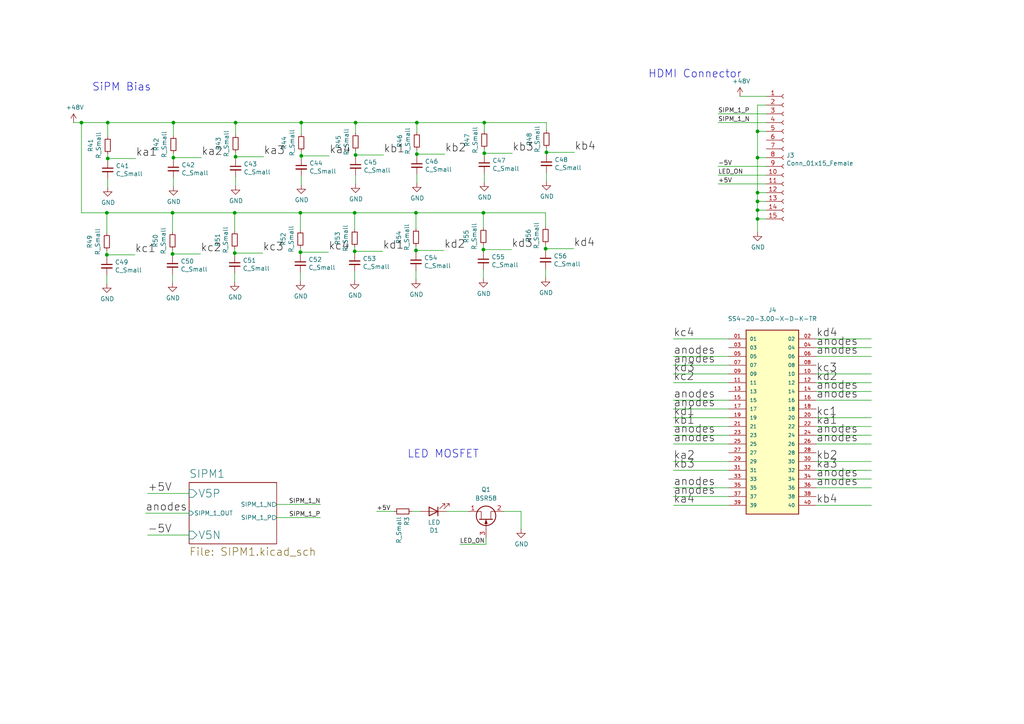
<source format=kicad_sch>
(kicad_sch (version 20211123) (generator eeschema)
  (paper "A4")
  (lib_symbols
    (symbol "Connector:Conn_01x15_Female" (pin_names (offset 1.016) hide)
      (property "Reference" "J" (at 0 20.32 0))
      (property "Value" "Conn_01x15_Female" (at 0 -20.32 0))
      (symbol "Conn_01x15_Female_1_1"
        (arc (start 0 -17.272) (mid -0.508 -17.78) (end 0 -18.288) (stroke (width 0.1524)))
        (arc (start 0 -14.732) (mid -0.508 -15.24) (end 0 -15.748) (stroke (width 0.1524)))
        (arc (start 0 -12.192) (mid -0.508 -12.7) (end 0 -13.208) (stroke (width 0.1524)))
        (arc (start 0 -9.652) (mid -0.508 -10.16) (end 0 -10.668) (stroke (width 0.1524)))
        (arc (start 0 -7.112) (mid -0.508 -7.62) (end 0 -8.128) (stroke (width 0.1524)))
        (arc (start 0 -4.572) (mid -0.508 -5.08) (end 0 -5.588) (stroke (width 0.1524)))
        (arc (start 0 -2.032) (mid -0.508 -2.54) (end 0 -3.048) (stroke (width 0.1524)))
        (polyline (pts (xy -1.27 -17.78) (xy -0.508 -17.78)) (stroke (width 0.1524)))
        (polyline (pts (xy -1.27 -15.24) (xy -0.508 -15.24)) (stroke (width 0.1524)))
        (polyline (pts (xy -1.27 -12.7) (xy -0.508 -12.7)) (stroke (width 0.1524)))
        (polyline (pts (xy -1.27 -10.16) (xy -0.508 -10.16)) (stroke (width 0.1524)))
        (polyline (pts (xy -1.27 -7.62) (xy -0.508 -7.62)) (stroke (width 0.1524)))
        (polyline (pts (xy -1.27 -5.08) (xy -0.508 -5.08)) (stroke (width 0.1524)))
        (polyline (pts (xy -1.27 -2.54) (xy -0.508 -2.54)) (stroke (width 0.1524)))
        (polyline (pts (xy -1.27 0) (xy -0.508 0)) (stroke (width 0.1524)))
        (polyline (pts (xy -1.27 2.54) (xy -0.508 2.54)) (stroke (width 0.1524)))
        (polyline (pts (xy -1.27 5.08) (xy -0.508 5.08)) (stroke (width 0.1524)))
        (polyline (pts (xy -1.27 7.62) (xy -0.508 7.62)) (stroke (width 0.1524)))
        (polyline (pts (xy -1.27 10.16) (xy -0.508 10.16)) (stroke (width 0.1524)))
        (polyline (pts (xy -1.27 12.7) (xy -0.508 12.7)) (stroke (width 0.1524)))
        (polyline (pts (xy -1.27 15.24) (xy -0.508 15.24)) (stroke (width 0.1524)))
        (polyline (pts (xy -1.27 17.78) (xy -0.508 17.78)) (stroke (width 0.1524)))
        (arc (start 0 0.508) (mid -0.508 0) (end 0 -0.508) (stroke (width 0.1524)))
        (arc (start 0 3.048) (mid -0.508 2.54) (end 0 2.032) (stroke (width 0.1524)))
        (arc (start 0 5.588) (mid -0.508 5.08) (end 0 4.572) (stroke (width 0.1524)))
        (arc (start 0 8.128) (mid -0.508 7.62) (end 0 7.112) (stroke (width 0.1524)))
        (arc (start 0 10.668) (mid -0.508 10.16) (end 0 9.652) (stroke (width 0.1524)))
        (arc (start 0 13.208) (mid -0.508 12.7) (end 0 12.192) (stroke (width 0.1524)))
        (arc (start 0 15.748) (mid -0.508 15.24) (end 0 14.732) (stroke (width 0.1524)))
        (arc (start 0 18.288) (mid -0.508 17.78) (end 0 17.272) (stroke (width 0.1524)))
        (pin passive line (at -5.08 17.78 0) (length 3.81) (name "Pin_1") (number "1"))
        (pin passive line (at -5.08 -5.08 0) (length 3.81) (name "Pin_10") (number "10"))
        (pin passive line (at -5.08 -7.62 0) (length 3.81) (name "Pin_11") (number "11"))
        (pin passive line (at -5.08 -10.16 0) (length 3.81) (name "Pin_12") (number "12"))
        (pin passive line (at -5.08 -12.7 0) (length 3.81) (name "Pin_13") (number "13"))
        (pin passive line (at -5.08 -15.24 0) (length 3.81) (name "Pin_14") (number "14"))
        (pin passive line (at -5.08 -17.78 0) (length 3.81) (name "Pin_15") (number "15"))
        (pin passive line (at -5.08 15.24 0) (length 3.81) (name "Pin_2") (number "2"))
        (pin passive line (at -5.08 12.7 0) (length 3.81) (name "Pin_3") (number "3"))
        (pin passive line (at -5.08 10.16 0) (length 3.81) (name "Pin_4") (number "4"))
        (pin passive line (at -5.08 7.62 0) (length 3.81) (name "Pin_5") (number "5"))
        (pin passive line (at -5.08 5.08 0) (length 3.81) (name "Pin_6") (number "6"))
        (pin passive line (at -5.08 2.54 0) (length 3.81) (name "Pin_7") (number "7"))
        (pin passive line (at -5.08 0 0) (length 3.81) (name "Pin_8") (number "8"))
        (pin passive line (at -5.08 -2.54 0) (length 3.81) (name "Pin_9") (number "9"))
      )
    )
    (symbol "Device:C_Small" (pin_numbers hide) (pin_names (offset 0.254) hide)
      (property "Reference" "C" (at 0.254 1.778 0))
      (property "Value" "C_Small" (at 0.254 -2.032 0))
      (symbol "C_Small_0_1"
        (polyline (pts (xy -1.524 -0.508) (xy 1.524 -0.508)) (stroke (width 0.3302)))
        (polyline (pts (xy -1.524 0.508) (xy 1.524 0.508)) (stroke (width 0.3048)))
      )
      (symbol "C_Small_1_1"
        (pin passive line (at 0 2.54 270) (length 2.032) (name "~") (number "1"))
        (pin passive line (at 0 -2.54 90) (length 2.032) (name "~") (number "2"))
      )
    )
    (symbol "Device:LED" (pin_numbers hide) (pin_names (offset 1.016) hide)
      (property "Reference" "D" (at 0 2.54 0))
      (property "Value" "LED" (at 0 -2.54 0))
      (symbol "LED_0_1"
        (polyline (pts (xy -1.27 -1.27) (xy -1.27 1.27)) (stroke (width 0.254)))
        (polyline (pts (xy -1.27 0) (xy 1.27 0)))
        (polyline (pts (xy 1.27 -1.27) (xy 1.27 1.27) (xy -1.27 0) (xy 1.27 -1.27)) (stroke (width 0.254)))
        (polyline (pts (xy -3.048 -0.762) (xy -4.572 -2.286) (xy -3.81 -2.286) (xy -4.572 -2.286) (xy -4.572 -1.524)))
        (polyline (pts (xy -1.778 -0.762) (xy -3.302 -2.286) (xy -2.54 -2.286) (xy -3.302 -2.286) (xy -3.302 -1.524)))
      )
      (symbol "LED_1_1"
        (pin passive line (at -3.81 0 0) (length 2.54) (name "K") (number "1"))
        (pin passive line (at 3.81 0 180) (length 2.54) (name "A") (number "2"))
      )
    )
    (symbol "Device:R_Small" (pin_numbers hide) (pin_names (offset 0.254) hide)
      (property "Reference" "R" (at 0.762 0.508 0))
      (property "Value" "R_Small" (at 0.762 -1.016 0))
      (symbol "R_Small_0_1"
        (rectangle (start -0.762 1.778) (end 0.762 -1.778) (stroke (width 0.2032)))
      )
      (symbol "R_Small_1_1"
        (pin passive line (at 0 2.54 270) (length 0.762) (name "~") (number "1"))
        (pin passive line (at 0 -2.54 90) (length 0.762) (name "~") (number "2"))
      )
    )
    (symbol "SAMTEC_SIPM:SS4-20-3.00-X-D-K-TR" (pin_names (offset 1.016))
      (property "Reference" "J" (at -7.62 26.67 0))
      (property "Value" "SS4-20-3.00-X-D-K-TR" (at -7.62 -30.48 0))
      (symbol "SS4-20-3.00-X-D-K-TR_0_0"
        (rectangle (start -7.62 -27.94) (end 7.62 25.4) (stroke (width 0.254)) (fill (type background)))
        (pin passive line (at -12.7 22.86 0) (length 5.08) (name "01") (number "01"))
        (pin passive line (at 12.7 22.86 180) (length 5.08) (name "02") (number "02"))
        (pin passive line (at -12.7 20.32 0) (length 5.08) (name "03") (number "03"))
        (pin passive line (at 12.7 20.32 180) (length 5.08) (name "04") (number "04"))
        (pin passive line (at -12.7 17.78 0) (length 5.08) (name "05") (number "05"))
        (pin passive line (at 12.7 17.78 180) (length 5.08) (name "06") (number "06"))
        (pin passive line (at -12.7 15.24 0) (length 5.08) (name "07") (number "07"))
        (pin passive line (at 12.7 15.24 180) (length 5.08) (name "08") (number "08"))
        (pin passive line (at -12.7 12.7 0) (length 5.08) (name "09") (number "09"))
        (pin passive line (at 12.7 12.7 180) (length 5.08) (name "10") (number "10"))
        (pin passive line (at -12.7 10.16 0) (length 5.08) (name "11") (number "11"))
        (pin passive line (at 12.7 10.16 180) (length 5.08) (name "12") (number "12"))
        (pin passive line (at -12.7 7.62 0) (length 5.08) (name "13") (number "13"))
        (pin passive line (at 12.7 7.62 180) (length 5.08) (name "14") (number "14"))
        (pin passive line (at -12.7 5.08 0) (length 5.08) (name "15") (number "15"))
        (pin passive line (at 12.7 5.08 180) (length 5.08) (name "16") (number "16"))
        (pin passive line (at -12.7 2.54 0) (length 5.08) (name "17") (number "17"))
        (pin passive line (at 12.7 2.54 180) (length 5.08) (name "18") (number "18"))
        (pin passive line (at -12.7 0 0) (length 5.08) (name "19") (number "19"))
        (pin passive line (at 12.7 0 180) (length 5.08) (name "20") (number "20"))
        (pin passive line (at -12.7 -2.54 0) (length 5.08) (name "21") (number "21"))
        (pin passive line (at 12.7 -2.54 180) (length 5.08) (name "22") (number "22"))
        (pin passive line (at -12.7 -5.08 0) (length 5.08) (name "23") (number "23"))
        (pin passive line (at 12.7 -5.08 180) (length 5.08) (name "24") (number "24"))
        (pin passive line (at -12.7 -7.62 0) (length 5.08) (name "25") (number "25"))
        (pin passive line (at 12.7 -7.62 180) (length 5.08) (name "26") (number "26"))
        (pin passive line (at -12.7 -10.16 0) (length 5.08) (name "27") (number "27"))
        (pin passive line (at 12.7 -10.16 180) (length 5.08) (name "28") (number "28"))
        (pin passive line (at -12.7 -12.7 0) (length 5.08) (name "29") (number "29"))
        (pin passive line (at 12.7 -12.7 180) (length 5.08) (name "30") (number "30"))
        (pin passive line (at -12.7 -15.24 0) (length 5.08) (name "31") (number "31"))
        (pin passive line (at 12.7 -15.24 180) (length 5.08) (name "32") (number "32"))
        (pin passive line (at -12.7 -17.78 0) (length 5.08) (name "33") (number "33"))
        (pin passive line (at 12.7 -17.78 180) (length 5.08) (name "34") (number "34"))
        (pin passive line (at -12.7 -20.32 0) (length 5.08) (name "35") (number "35"))
        (pin passive line (at 12.7 -20.32 180) (length 5.08) (name "36") (number "36"))
        (pin passive line (at -12.7 -22.86 0) (length 5.08) (name "37") (number "37"))
        (pin passive line (at 12.7 -22.86 180) (length 5.08) (name "38") (number "38"))
        (pin passive line (at -12.7 -25.4 0) (length 5.08) (name "39") (number "39"))
        (pin passive line (at 12.7 -25.4 180) (length 5.08) (name "40") (number "40"))
      )
    )
    (symbol "Transistor_FET:BSR58" (pin_names hide)
      (property "Reference" "Q" (at 5.08 1.905 0))
      (property "Value" "BSR58" (at 5.08 0 0))
      (symbol "BSR58_0_1"
        (polyline (pts (xy 0.254 0) (xy -2.54 0)))
        (polyline (pts (xy 0.254 1.905) (xy 0.254 -1.905)) (stroke (width 0.254)))
        (polyline (pts (xy 2.54 -2.54) (xy 2.54 -1.397) (xy 0.254 -1.397)))
        (polyline (pts (xy 2.54 2.54) (xy 2.54 1.397) (xy 0.254 1.397)))
        (polyline (pts (xy 0 0) (xy -1.016 0.381) (xy -1.016 -0.381) (xy 0 0)) (fill (type outline)))
        (circle (center 1.27 0) (radius 2.8194) (stroke (width 0.254)))
      )
      (symbol "BSR58_1_1"
        (pin passive line (at 2.54 5.08 270) (length 2.54) (name "D") (number "1"))
        (pin passive line (at 2.54 -5.08 90) (length 2.54) (name "S") (number "2"))
        (pin input line (at -5.08 0 0) (length 2.54) (name "G") (number "3"))
      )
    )
    (symbol "power:+48V" (power) (pin_names (offset 0))
      (property "Value" "+48V" (at 0 3.556 0))
      (symbol "+48V_0_1"
        (polyline (pts (xy -0.762 1.27) (xy 0 2.54)))
        (polyline (pts (xy 0 0) (xy 0 2.54)))
        (polyline (pts (xy 0 2.54) (xy 0.762 1.27)))
      )
      (symbol "+48V_1_1"
        (pin power_in line (at 0 0 90) (length 0) hide (name "+48V") (number "1"))
      )
    )
    (symbol "power:GND" (power) (pin_names (offset 0))
      (property "Value" "GND" (at 0 -3.81 0))
      (symbol "GND_0_1"
        (polyline (pts (xy 0 0) (xy 0 -1.27) (xy 1.27 -1.27) (xy 0 -2.54) (xy -1.27 -1.27) (xy 0 -1.27)))
      )
      (symbol "GND_1_1"
        (pin power_in line (at 0 0 270) (length 0) hide (name "GND") (number "1"))
      )
    )
  )
  (junction (at 50.038 61.722))
  (junction (at 120.904 44.704))
  (junction (at 219.71 60.96))
  (junction (at 23.622 35.56))
  (junction (at 140.462 35.56))
  (junction (at 102.87 61.722))
  (junction (at 140.208 72.39))
  (junction (at 50.038 73.66))
  (junction (at 103.124 35.56))
  (junction (at 140.208 61.722))
  (junction (at 50.292 35.56))
  (junction (at 31.242 35.56))
  (junction (at 103.124 44.958))
  (junction (at 219.71 45.72))
  (junction (at 87.376 35.56))
  (junction (at 87.376 45.212))
  (junction (at 30.988 61.722))
  (junction (at 219.71 38.1))
  (junction (at 87.122 61.722))
  (junction (at 158.242 72.136))
  (junction (at 158.496 44.196))
  (junction (at 68.326 35.56))
  (junction (at 120.65 61.722))
  (junction (at 30.988 73.914))
  (junction (at 87.122 73.152))
  (junction (at 120.904 35.56))
  (junction (at 102.87 72.898))
  (junction (at 68.326 45.466))
  (junction (at 50.292 45.72))
  (junction (at 219.71 63.5))
  (junction (at 68.072 61.722))
  (junction (at 120.65 72.644))
  (junction (at 68.072 73.406))
  (junction (at 219.71 58.42))
  (junction (at 31.242 45.974))
  (junction (at 219.71 55.88))
  (junction (at 140.462 44.45))
  (wire (pts (xy 68.326 45.466) (xy 76.454 45.466)))
  (wire (pts (xy 120.904 50.546) (xy 120.904 53.086)))
  (wire (pts (xy 158.242 61.722) (xy 140.208 61.722)))
  (wire (pts (xy 102.87 61.722) (xy 87.122 61.722)))
  (wire (pts (xy 195.326 108.458) (xy 211.328 108.458)))
  (wire (pts (xy 120.904 35.56) (xy 140.462 35.56)))
  (wire (pts (xy 195.326 144.018) (xy 211.328 144.018)))
  (wire (pts (xy 158.496 50.038) (xy 158.496 52.578)))
  (wire (pts (xy 68.072 73.406) (xy 68.072 74.168)))
  (wire (pts (xy 30.988 61.722) (xy 23.622 61.722)))
  (wire (pts (xy 195.326 103.378) (xy 211.328 103.378)))
  (wire (pts (xy 42.799 155.194) (xy 54.864 155.194)))
  (wire (pts (xy 87.122 61.722) (xy 87.122 66.802)))
  (wire (pts (xy 120.904 35.56) (xy 120.904 38.354)))
  (wire (pts (xy 236.728 121.158) (xy 252.73 121.158)))
  (wire (pts (xy 236.728 128.778) (xy 252.73 128.778)))
  (wire (pts (xy 120.65 72.644) (xy 120.65 73.406)))
  (wire (pts (xy 103.124 35.56) (xy 103.124 38.608)))
  (wire (pts (xy 140.208 72.39) (xy 140.208 73.152)))
  (wire (pts (xy 68.072 61.722) (xy 50.038 61.722)))
  (wire (pts (xy 50.292 35.56) (xy 50.292 39.37)))
  (wire (pts (xy 21.336 35.56) (xy 23.622 35.56)))
  (wire (pts (xy 31.242 51.816) (xy 31.242 54.356)))
  (wire (pts (xy 195.326 98.298) (xy 211.328 98.298)))
  (wire (pts (xy 236.728 108.458) (xy 252.73 108.458)))
  (wire (pts (xy 68.072 79.248) (xy 68.072 81.788)))
  (wire (pts (xy 50.038 73.66) (xy 58.166 73.66)))
  (wire (pts (xy 151.13 153.416) (xy 151.13 148.336)))
  (wire (pts (xy 236.728 126.238) (xy 252.73 126.238)))
  (wire (pts (xy 102.87 72.898) (xy 102.87 73.66)))
  (wire (pts (xy 23.622 35.56) (xy 31.242 35.56)))
  (wire (pts (xy 195.326 146.558) (xy 211.328 146.558)))
  (wire (pts (xy 219.71 38.1) (xy 219.71 30.48)))
  (wire (pts (xy 103.124 44.958) (xy 111.252 44.958)))
  (wire (pts (xy 236.728 133.858) (xy 252.73 133.858)))
  (wire (pts (xy 208.28 33.02) (xy 222.25 33.02)))
  (wire (pts (xy 140.208 78.232) (xy 140.208 80.772)))
  (wire (pts (xy 50.038 72.39) (xy 50.038 73.66)))
  (wire (pts (xy 31.242 35.56) (xy 31.242 39.624)))
  (wire (pts (xy 208.28 35.56) (xy 222.25 35.56)))
  (wire (pts (xy 158.242 70.866) (xy 158.242 72.136)))
  (wire (pts (xy 158.496 44.196) (xy 158.496 44.958)))
  (wire (pts (xy 158.242 72.136) (xy 158.242 72.898)))
  (wire (pts (xy 219.71 45.72) (xy 219.71 55.88)))
  (wire (pts (xy 31.242 45.974) (xy 31.242 46.736)))
  (wire (pts (xy 208.28 50.8) (xy 222.25 50.8)))
  (wire (pts (xy 195.326 136.398) (xy 211.328 136.398)))
  (wire (pts (xy 219.71 63.5) (xy 219.71 67.31)))
  (wire (pts (xy 146.05 148.336) (xy 151.13 148.336)))
  (wire (pts (xy 87.122 71.882) (xy 87.122 73.152)))
  (wire (pts (xy 103.124 50.8) (xy 103.124 53.34)))
  (wire (pts (xy 140.462 44.45) (xy 140.462 45.212)))
  (wire (pts (xy 195.326 110.998) (xy 211.328 110.998)))
  (wire (pts (xy 129.54 148.336) (xy 135.89 148.336)))
  (wire (pts (xy 68.072 72.136) (xy 68.072 73.406)))
  (wire (pts (xy 140.462 35.56) (xy 140.462 38.1)))
  (wire (pts (xy 195.326 126.238) (xy 211.328 126.238)))
  (wire (pts (xy 236.728 141.478) (xy 252.73 141.478)))
  (wire (pts (xy 158.242 77.978) (xy 158.242 80.518)))
  (wire (pts (xy 68.072 73.406) (xy 76.2 73.406)))
  (wire (pts (xy 236.728 103.378) (xy 252.73 103.378)))
  (wire (pts (xy 102.87 71.628) (xy 102.87 72.898)))
  (wire (pts (xy 195.326 116.078) (xy 211.328 116.078)))
  (wire (pts (xy 219.71 60.96) (xy 219.71 63.5)))
  (wire (pts (xy 31.242 44.704) (xy 31.242 45.974)))
  (wire (pts (xy 30.988 79.756) (xy 30.988 82.296)))
  (wire (pts (xy 50.038 61.722) (xy 30.988 61.722)))
  (wire (pts (xy 236.728 123.698) (xy 252.73 123.698)))
  (wire (pts (xy 68.326 45.466) (xy 68.326 46.228)))
  (wire (pts (xy 30.988 73.914) (xy 30.988 74.676)))
  (wire (pts (xy 50.038 61.722) (xy 50.038 67.31)))
  (wire (pts (xy 31.242 45.974) (xy 39.37 45.974)))
  (wire (pts (xy 236.728 138.938) (xy 252.73 138.938)))
  (wire (pts (xy 120.904 44.704) (xy 129.032 44.704)))
  (wire (pts (xy 92.964 146.304) (xy 80.264 146.304)))
  (wire (pts (xy 102.87 78.74) (xy 102.87 81.28)))
  (wire (pts (xy 219.71 55.88) (xy 219.71 58.42)))
  (wire (pts (xy 120.65 72.644) (xy 128.778 72.644)))
  (wire (pts (xy 219.71 30.48) (xy 222.25 30.48)))
  (wire (pts (xy 222.25 60.96) (xy 219.71 60.96)))
  (wire (pts (xy 219.71 58.42) (xy 219.71 60.96)))
  (wire (pts (xy 109.22 148.336) (xy 114.3 148.336)))
  (wire (pts (xy 140.97 155.956) (xy 140.97 157.861)))
  (wire (pts (xy 87.122 73.152) (xy 87.122 73.914)))
  (wire (pts (xy 158.496 35.56) (xy 158.496 37.846)))
  (wire (pts (xy 68.326 51.308) (xy 68.326 53.848)))
  (wire (pts (xy 195.326 128.778) (xy 211.328 128.778)))
  (wire (pts (xy 87.122 61.722) (xy 68.072 61.722)))
  (wire (pts (xy 236.728 146.558) (xy 252.73 146.558)))
  (wire (pts (xy 68.326 35.56) (xy 68.326 39.116)))
  (wire (pts (xy 30.988 61.722) (xy 30.988 67.564)))
  (wire (pts (xy 50.292 45.72) (xy 50.292 46.482)))
  (wire (pts (xy 214.63 27.94) (xy 222.25 27.94)))
  (wire (pts (xy 103.124 43.688) (xy 103.124 44.958)))
  (wire (pts (xy 103.124 44.958) (xy 103.124 45.72)))
  (wire (pts (xy 30.988 73.914) (xy 39.116 73.914)))
  (wire (pts (xy 87.376 51.054) (xy 87.376 53.594)))
  (wire (pts (xy 236.728 113.538) (xy 252.73 113.538)))
  (wire (pts (xy 87.122 73.152) (xy 95.25 73.152)))
  (wire (pts (xy 195.326 141.478) (xy 211.328 141.478)))
  (wire (pts (xy 140.462 50.292) (xy 140.462 52.832)))
  (wire (pts (xy 133.35 157.861) (xy 140.97 157.861)))
  (wire (pts (xy 140.462 43.18) (xy 140.462 44.45)))
  (wire (pts (xy 195.326 118.618) (xy 211.328 118.618)))
  (wire (pts (xy 87.376 45.212) (xy 87.376 45.974)))
  (wire (pts (xy 222.25 48.26) (xy 208.28 48.26)))
  (wire (pts (xy 236.728 98.298) (xy 252.73 98.298)))
  (wire (pts (xy 92.964 150.114) (xy 80.264 150.114)))
  (wire (pts (xy 140.208 71.12) (xy 140.208 72.39)))
  (wire (pts (xy 195.326 123.698) (xy 211.328 123.698)))
  (wire (pts (xy 195.326 133.858) (xy 211.328 133.858)))
  (wire (pts (xy 23.622 61.722) (xy 23.622 35.56)))
  (wire (pts (xy 236.728 116.078) (xy 252.73 116.078)))
  (wire (pts (xy 222.25 45.72) (xy 219.71 45.72)))
  (wire (pts (xy 120.65 61.722) (xy 120.65 66.294)))
  (wire (pts (xy 87.376 43.942) (xy 87.376 45.212)))
  (wire (pts (xy 158.496 42.926) (xy 158.496 44.196)))
  (wire (pts (xy 42.164 148.844) (xy 54.864 148.844)))
  (wire (pts (xy 68.326 44.196) (xy 68.326 45.466)))
  (wire (pts (xy 120.904 43.434) (xy 120.904 44.704)))
  (wire (pts (xy 68.072 61.722) (xy 68.072 67.056)))
  (wire (pts (xy 103.124 35.56) (xy 120.904 35.56)))
  (wire (pts (xy 236.728 110.998) (xy 252.73 110.998)))
  (wire (pts (xy 222.25 55.88) (xy 219.71 55.88)))
  (wire (pts (xy 120.904 44.704) (xy 120.904 45.466)))
  (wire (pts (xy 102.87 61.722) (xy 102.87 66.548)))
  (wire (pts (xy 140.462 35.56) (xy 158.496 35.56)))
  (wire (pts (xy 119.38 148.336) (xy 121.92 148.336)))
  (wire (pts (xy 140.208 61.722) (xy 120.65 61.722)))
  (wire (pts (xy 87.122 78.994) (xy 87.122 81.534)))
  (wire (pts (xy 50.292 44.45) (xy 50.292 45.72)))
  (wire (pts (xy 140.462 44.45) (xy 148.59 44.45)))
  (wire (pts (xy 219.71 38.1) (xy 222.25 38.1)))
  (wire (pts (xy 140.208 61.722) (xy 140.208 66.04)))
  (wire (pts (xy 195.326 121.158) (xy 211.328 121.158)))
  (wire (pts (xy 158.242 65.786) (xy 158.242 61.722)))
  (wire (pts (xy 30.988 72.644) (xy 30.988 73.914)))
  (wire (pts (xy 50.292 45.72) (xy 58.42 45.72)))
  (wire (pts (xy 158.242 72.136) (xy 166.37 72.136)))
  (wire (pts (xy 120.65 71.374) (xy 120.65 72.644)))
  (wire (pts (xy 140.208 72.39) (xy 148.336 72.39)))
  (wire (pts (xy 219.71 38.1) (xy 219.71 45.72)))
  (wire (pts (xy 158.496 44.196) (xy 166.624 44.196)))
  (wire (pts (xy 236.728 100.838) (xy 252.73 100.838)))
  (wire (pts (xy 31.242 35.56) (xy 50.292 35.56)))
  (wire (pts (xy 102.87 72.898) (xy 110.998 72.898)))
  (wire (pts (xy 50.292 35.56) (xy 68.326 35.56)))
  (wire (pts (xy 236.728 136.398) (xy 252.73 136.398)))
  (wire (pts (xy 68.326 35.56) (xy 87.376 35.56)))
  (wire (pts (xy 222.25 58.42) (xy 219.71 58.42)))
  (wire (pts (xy 87.376 45.212) (xy 95.504 45.212)))
  (wire (pts (xy 208.28 53.34) (xy 222.25 53.34)))
  (wire (pts (xy 42.799 143.129) (xy 54.864 143.129)))
  (wire (pts (xy 195.326 105.918) (xy 211.328 105.918)))
  (wire (pts (xy 50.038 73.66) (xy 50.038 74.422)))
  (wire (pts (xy 87.376 35.56) (xy 103.124 35.56)))
  (wire (pts (xy 222.25 63.5) (xy 219.71 63.5)))
  (wire (pts (xy 120.65 78.486) (xy 120.65 81.026)))
  (wire (pts (xy 50.038 79.502) (xy 50.038 82.042)))
  (wire (pts (xy 87.376 35.56) (xy 87.376 38.862)))
  (wire (pts (xy 50.292 51.562) (xy 50.292 54.102)))
  (wire (pts (xy 120.65 61.722) (xy 102.87 61.722)))
  (text "HDMI Connector" (at 187.96 22.86 0) (effects (font (size 2.2606 2.2606)) (justify left bottom)))
  (text "LED MOSFET" (at 118.11 133.096 0) (effects (font (size 2.2606 2.2606)) (justify left bottom)))
  (text "SiPM Bias" (at 26.67 26.67 0) (effects (font (size 2.2606 2.2606)) (justify left bottom)))
  (label "anodes" (at 195.326 116.078 0) (effects (font (size 2.2606 2.2606))))
  (label "kb1" (at 111.252 44.958 0) (effects (font (size 2.2606 2.2606))))
  (label "kc2" (at 195.326 110.998 0) (effects (font (size 2.2606 2.2606))))
  (label "+5V" (at 208.28 53.34 0))
  (label "kc2" (at 58.166 73.66 0) (effects (font (size 2.2606 2.2606))))
  (label "anodes" (at 236.728 103.378 0) (effects (font (size 2.2606 2.2606))))
  (label "SIPM_1_N" (at 208.28 35.56 0))
  (label "kb2" (at 236.728 133.858 0) (effects (font (size 2.2606 2.2606))))
  (label "ka1" (at 236.728 123.698 0) (effects (font (size 2.2606 2.2606))))
  (label "kb2" (at 129.032 44.704 0) (effects (font (size 2.2606 2.2606))))
  (label "kb3" (at 148.59 44.45 0) (effects (font (size 2.2606 2.2606))))
  (label "anodes" (at 195.326 105.918 0) (effects (font (size 2.2606 2.2606))))
  (label "kb1" (at 195.326 123.698 0) (effects (font (size 2.2606 2.2606))))
  (label "SIPM_1_P" (at 92.964 150.114 180))
  (label "kd1" (at 195.326 121.158 0) (effects (font (size 2.2606 2.2606))))
  (label "ka3" (at 236.728 136.398 0) (effects (font (size 2.2606 2.2606))))
  (label "ka4" (at 95.504 45.212 0) (effects (font (size 2.2606 2.2606))))
  (label "anodes" (at 195.326 144.018 0) (effects (font (size 2.2606 2.2606))))
  (label "SIPM_1_N" (at 92.964 146.304 180))
  (label "ka2" (at 195.326 133.858 0) (effects (font (size 2.2606 2.2606))))
  (label "anodes" (at 195.326 141.478 0) (effects (font (size 2.2606 2.2606))))
  (label "kd4" (at 166.37 72.136 0) (effects (font (size 2.2606 2.2606))))
  (label "anodes" (at 236.728 116.078 0) (effects (font (size 2.2606 2.2606))))
  (label "+5V" (at 109.22 148.336 0))
  (label "kc1" (at 39.116 73.914 0) (effects (font (size 2.2606 2.2606))))
  (label "ka1" (at 39.37 45.974 0) (effects (font (size 2.2606 2.2606))))
  (label "kb3" (at 195.326 136.398 0) (effects (font (size 2.2606 2.2606))))
  (label "ka2" (at 58.42 45.72 0) (effects (font (size 2.2606 2.2606))))
  (label "anodes" (at 195.326 128.778 0) (effects (font (size 2.2606 2.2606))))
  (label "kd3" (at 195.326 108.458 0) (effects (font (size 2.2606 2.2606))))
  (label "anodes" (at 236.728 128.778 0) (effects (font (size 2.2606 2.2606))))
  (label "anodes" (at 42.164 148.844 0) (effects (font (size 2.2606 2.2606))))
  (label "kd2" (at 236.728 110.998 0) (effects (font (size 2.2606 2.2606))))
  (label "anodes" (at 236.728 100.838 0) (effects (font (size 2.2606 2.2606))))
  (label "anodes" (at 236.728 126.238 0) (effects (font (size 2.2606 2.2606))))
  (label "-5V" (at 42.799 155.194 0) (effects (font (size 2.2606 2.2606))))
  (label "anodes" (at 195.326 126.238 0) (effects (font (size 2.2606 2.2606))))
  (label "kc3" (at 236.728 108.458 0) (effects (font (size 2.2606 2.2606))))
  (label "kd4" (at 236.728 98.298 0) (effects (font (size 2.2606 2.2606))))
  (label "+5V" (at 42.799 143.129 0) (effects (font (size 2.2606 2.2606))))
  (label "LED_ON" (at 208.28 50.8 0))
  (label "kd3" (at 148.336 72.39 0) (effects (font (size 2.2606 2.2606))))
  (label "kb4" (at 236.728 146.558 0) (effects (font (size 2.2606 2.2606))))
  (label "kc4" (at 95.25 73.152 0) (effects (font (size 2.2606 2.2606))))
  (label "kc3" (at 76.2 73.406 0) (effects (font (size 2.2606 2.2606))))
  (label "anodes" (at 195.326 103.378 0) (effects (font (size 2.2606 2.2606))))
  (label "SIPM_1_P" (at 208.28 33.02 0))
  (label "ka4" (at 195.326 146.558 0) (effects (font (size 2.2606 2.2606))))
  (label "-5V" (at 208.28 48.26 0))
  (label "LED_ON" (at 133.35 157.861 0))
  (label "kd2" (at 128.778 72.644 0) (effects (font (size 2.2606 2.2606))))
  (label "anodes" (at 195.326 118.618 0) (effects (font (size 2.2606 2.2606))))
  (label "ka3" (at 76.454 45.466 0) (effects (font (size 2.2606 2.2606))))
  (label "kc4" (at 195.326 98.298 0) (effects (font (size 2.2606 2.2606))))
  (label "anodes" (at 236.728 138.938 0) (effects (font (size 2.2606 2.2606))))
  (label "kc1" (at 236.728 121.158 0) (effects (font (size 2.2606 2.2606))))
  (label "kd1" (at 110.998 72.898 0) (effects (font (size 2.2606 2.2606))))
  (label "kb4" (at 166.624 44.196 0) (effects (font (size 2.2606 2.2606))))
  (label "anodes" (at 236.728 113.538 0) (effects (font (size 2.2606 2.2606))))
  (label "anodes" (at 236.728 141.478 0) (effects (font (size 2.2606 2.2606))))
  (symbol (lib_id "Device:LED") (at 125.73 148.336 180) (unit 1)
    (property "Reference" "D1" (at 125.9078 153.8224 0))
    (property "Value" "LED" (at 125.9078 151.511 0))
    (property "Footprint" "Diode_SMD:D_0603_1608Metric_Pad1.05x0.95mm_HandSolder" (effects hide))
  )
  (symbol (lib_id "power:+48V") (at 214.63 27.94 0) (unit 1)
    (property "Reference" "#PWR05" (effects hide))
    (property "Value" "+48V" (at 215.011 23.5458 0))
  )
  (symbol (lib_id "Device:R_Small") (at 31.242 42.164 0) (unit 1)
    (property "Reference" "R41" (at 26.2636 42.164 90))
    (property "Value" "R_Small" (at 28.575 42.164 90))
    (property "Footprint" "Resistor_SMD:R_0603_1608Metric" (effects hide))
  )
  (symbol (lib_id "Device:C_Small") (at 31.242 49.276 0) (unit 1)
    (property "Reference" "C41" (at 33.5788 48.1076 0) (effects (justify left)))
    (property "Value" "C_Small" (at 33.5788 50.419 0) (effects (justify left)))
    (property "Footprint" "Capacitor_SMD:C_0603_1608Metric" (effects hide))
  )
  (symbol (lib_id "Device:R_Small") (at 116.84 148.336 270) (unit 1)
    (property "Reference" "R3" (at 118.0084 149.8346 0) (effects (justify left)))
    (property "Value" "R_Small" (at 115.697 149.8346 0) (effects (justify left)))
    (property "Footprint" "Resistor_SMD:R_0603_1608Metric" (effects hide))
  )
  (symbol (lib_id "power:GND") (at 31.242 54.356 0) (unit 1)
    (property "Reference" "#PWR02" (effects hide))
    (property "Value" "GND" (at 31.369 58.7502 0))
  )
  (symbol (lib_id "power:GND") (at 151.13 153.416 0) (unit 1)
    (property "Reference" "#PWR04" (effects hide))
    (property "Value" "GND" (at 151.257 157.8102 0))
  )
  (symbol (lib_id "power:GND") (at 219.71 67.31 0) (unit 1)
    (property "Reference" "#PWR06" (effects hide))
    (property "Value" "GND" (at 219.837 71.7042 0))
  )
  (symbol (lib_id "Connector:Conn_01x15_Female") (at 227.33 45.72 0) (unit 1)
    (property "Reference" "J3" (at 228.0412 45.0596 0) (effects (justify left)))
    (property "Value" "Conn_01x15_Female" (at 228.0412 47.371 0) (effects (justify left)))
    (property "Footprint" "Connector_HDMI:HDMI_Micro-D_Molex_46765-1x01" (effects hide))
  )
  (symbol (lib_id "Device:R_Small") (at 102.87 69.088 0) (unit 1)
    (property "Reference" "R53" (at 97.8916 69.088 90))
    (property "Value" "R_Small" (at 100.203 69.088 90))
    (property "Footprint" "Resistor_SMD:R_0603_1608Metric" (effects hide))
  )
  (symbol (lib_id "Device:R_Small") (at 30.988 70.104 0) (unit 1)
    (property "Reference" "R49" (at 26.0096 70.104 90))
    (property "Value" "R_Small" (at 28.321 70.104 90))
    (property "Footprint" "Resistor_SMD:R_0603_1608Metric" (effects hide))
  )
  (symbol (lib_id "power:GND") (at 120.904 53.086 0) (unit 1)
    (property "Reference" "#PWR0111" (effects hide))
    (property "Value" "GND" (at 121.031 57.4802 0))
  )
  (symbol (lib_id "Device:C_Small") (at 103.124 48.26 0) (unit 1)
    (property "Reference" "C45" (at 105.4608 47.0916 0) (effects (justify left)))
    (property "Value" "C_Small" (at 105.4608 49.403 0) (effects (justify left)))
    (property "Footprint" "Capacitor_SMD:C_0603_1608Metric" (effects hide))
  )
  (symbol (lib_id "power:GND") (at 103.124 53.34 0) (unit 1)
    (property "Reference" "#PWR0113" (effects hide))
    (property "Value" "GND" (at 103.251 57.7342 0))
  )
  (symbol (lib_id "Device:R_Small") (at 140.462 40.64 0) (unit 1)
    (property "Reference" "R47" (at 135.4836 40.64 90))
    (property "Value" "R_Small" (at 137.795 40.64 90))
    (property "Footprint" "Resistor_SMD:R_0603_1608Metric" (effects hide))
  )
  (symbol (lib_id "Device:R_Small") (at 120.904 40.894 0) (unit 1)
    (property "Reference" "R46" (at 115.9256 40.894 90))
    (property "Value" "R_Small" (at 118.237 40.894 90))
    (property "Footprint" "Resistor_SMD:R_0603_1608Metric" (effects hide))
  )
  (symbol (lib_id "power:GND") (at 158.242 80.518 0) (unit 1)
    (property "Reference" "#PWR0105" (effects hide))
    (property "Value" "GND" (at 158.369 84.9122 0))
  )
  (symbol (lib_id "Device:C_Small") (at 102.87 76.2 0) (unit 1)
    (property "Reference" "C53" (at 105.2068 75.0316 0) (effects (justify left)))
    (property "Value" "C_Small" (at 105.2068 77.343 0) (effects (justify left)))
    (property "Footprint" "Capacitor_SMD:C_0603_1608Metric" (effects hide))
  )
  (symbol (lib_id "power:GND") (at 50.038 82.042 0) (unit 1)
    (property "Reference" "#PWR0116" (effects hide))
    (property "Value" "GND" (at 50.165 86.4362 0))
  )
  (symbol (lib_id "power:GND") (at 158.496 52.578 0) (unit 1)
    (property "Reference" "#PWR0103" (effects hide))
    (property "Value" "GND" (at 158.623 56.9722 0))
  )
  (symbol (lib_id "Device:R_Small") (at 68.326 41.656 0) (unit 1)
    (property "Reference" "R43" (at 63.3476 41.656 90))
    (property "Value" "R_Small" (at 65.659 41.656 90))
    (property "Footprint" "Resistor_SMD:R_0603_1608Metric" (effects hide))
  )
  (symbol (lib_id "SAMTEC_SIPM:SS4-20-3.00-X-D-K-TR") (at 224.028 121.158 0) (unit 1)
    (property "Reference" "J4" (at 224.028 89.916 0))
    (property "Value" "SS4-20-3.00-X-D-K-TR" (at 224.028 92.456 0))
    (property "Footprint" "SS4-20-3:SAMTEC_SS4-20-3.00-X-D-K-TR" (effects hide))
    (property "MANUFACTURER" "Samtec" (effects hide))
    (property "PARTREV" "K" (effects hide))
    (property "STANDARD" "Manufacturer Recommendations" (effects hide))
    (property "MAXIMUM_PACKAGE_HEIGHT" "3.5 mm" (effects hide))
  )
  (symbol (lib_id "Device:C_Small") (at 68.072 76.708 0) (unit 1)
    (property "Reference" "C51" (at 70.4088 75.5396 0) (effects (justify left)))
    (property "Value" "C_Small" (at 70.4088 77.851 0) (effects (justify left)))
    (property "Footprint" "Capacitor_SMD:C_0603_1608Metric" (effects hide))
  )
  (symbol (lib_id "Device:R_Small") (at 103.124 41.148 0) (unit 1)
    (property "Reference" "R45" (at 98.1456 41.148 90))
    (property "Value" "R_Small" (at 100.457 41.148 90))
    (property "Footprint" "Resistor_SMD:R_0603_1608Metric" (effects hide))
  )
  (symbol (lib_id "Device:C_Small") (at 50.292 49.022 0) (unit 1)
    (property "Reference" "C42" (at 52.6288 47.8536 0) (effects (justify left)))
    (property "Value" "C_Small" (at 52.6288 50.165 0) (effects (justify left)))
    (property "Footprint" "Capacitor_SMD:C_0603_1608Metric" (effects hide))
  )
  (symbol (lib_id "Device:R_Small") (at 87.122 69.342 0) (unit 1)
    (property "Reference" "R52" (at 82.1436 69.342 90))
    (property "Value" "R_Small" (at 84.455 69.342 90))
    (property "Footprint" "Resistor_SMD:R_0603_1608Metric" (effects hide))
  )
  (symbol (lib_id "Device:C_Small") (at 158.496 47.498 0) (unit 1)
    (property "Reference" "C48" (at 160.8328 46.3296 0) (effects (justify left)))
    (property "Value" "C_Small" (at 160.8328 48.641 0) (effects (justify left)))
    (property "Footprint" "Capacitor_SMD:C_0603_1608Metric" (effects hide))
  )
  (symbol (lib_id "power:GND") (at 50.292 54.102 0) (unit 1)
    (property "Reference" "#PWR0115" (effects hide))
    (property "Value" "GND" (at 50.419 58.4962 0))
  )
  (symbol (lib_id "Device:C_Small") (at 50.038 76.962 0) (unit 1)
    (property "Reference" "C50" (at 52.3748 75.7936 0) (effects (justify left)))
    (property "Value" "C_Small" (at 52.3748 78.105 0) (effects (justify left)))
    (property "Footprint" "Capacitor_SMD:C_0603_1608Metric" (effects hide))
  )
  (symbol (lib_id "Device:C_Small") (at 140.462 47.752 0) (unit 1)
    (property "Reference" "C47" (at 142.7988 46.5836 0) (effects (justify left)))
    (property "Value" "C_Small" (at 142.7988 48.895 0) (effects (justify left)))
    (property "Footprint" "Capacitor_SMD:C_0603_1608Metric" (effects hide))
  )
  (symbol (lib_id "Device:C_Small") (at 120.904 48.006 0) (unit 1)
    (property "Reference" "C46" (at 123.2408 46.8376 0) (effects (justify left)))
    (property "Value" "C_Small" (at 123.2408 49.149 0) (effects (justify left)))
    (property "Footprint" "Capacitor_SMD:C_0603_1608Metric" (effects hide))
  )
  (symbol (lib_id "Device:R_Small") (at 50.292 41.91 0) (unit 1)
    (property "Reference" "R42" (at 45.3136 41.91 90))
    (property "Value" "R_Small" (at 47.625 41.91 90))
    (property "Footprint" "Resistor_SMD:R_0603_1608Metric" (effects hide))
  )
  (symbol (lib_id "power:GND") (at 87.376 53.594 0) (unit 1)
    (property "Reference" "#PWR0107" (effects hide))
    (property "Value" "GND" (at 87.503 57.9882 0))
  )
  (symbol (lib_id "Device:C_Small") (at 158.242 75.438 0) (unit 1)
    (property "Reference" "C56" (at 160.5788 74.2696 0) (effects (justify left)))
    (property "Value" "C_Small" (at 160.5788 76.581 0) (effects (justify left)))
    (property "Footprint" "Capacitor_SMD:C_0603_1608Metric" (effects hide))
  )
  (symbol (lib_id "power:GND") (at 87.122 81.534 0) (unit 1)
    (property "Reference" "#PWR0108" (effects hide))
    (property "Value" "GND" (at 87.249 85.9282 0))
  )
  (symbol (lib_id "Device:R_Small") (at 120.65 68.834 0) (unit 1)
    (property "Reference" "R54" (at 115.6716 68.834 90))
    (property "Value" "R_Small" (at 117.983 68.834 90))
    (property "Footprint" "Resistor_SMD:R_0603_1608Metric" (effects hide))
  )
  (symbol (lib_id "Device:C_Small") (at 120.65 75.946 0) (unit 1)
    (property "Reference" "C54" (at 122.9868 74.7776 0) (effects (justify left)))
    (property "Value" "C_Small" (at 122.9868 77.089 0) (effects (justify left)))
    (property "Footprint" "Capacitor_SMD:C_0603_1608Metric" (effects hide))
  )
  (symbol (lib_id "Device:C_Small") (at 140.208 75.692 0) (unit 1)
    (property "Reference" "C55" (at 142.5448 74.5236 0) (effects (justify left)))
    (property "Value" "C_Small" (at 142.5448 76.835 0) (effects (justify left)))
    (property "Footprint" "Capacitor_SMD:C_0603_1608Metric" (effects hide))
  )
  (symbol (lib_id "power:GND") (at 30.988 82.296 0) (unit 1)
    (property "Reference" "#PWR0114" (effects hide))
    (property "Value" "GND" (at 31.115 86.6902 0))
  )
  (symbol (lib_id "power:GND") (at 140.208 80.772 0) (unit 1)
    (property "Reference" "#PWR0104" (effects hide))
    (property "Value" "GND" (at 140.335 85.1662 0))
  )
  (symbol (lib_id "power:GND") (at 68.326 53.848 0) (unit 1)
    (property "Reference" "#PWR0109" (effects hide))
    (property "Value" "GND" (at 68.453 58.2422 0))
  )
  (symbol (lib_id "Device:R_Small") (at 68.072 69.596 0) (unit 1)
    (property "Reference" "R51" (at 63.0936 69.596 90))
    (property "Value" "R_Small" (at 65.405 69.596 90))
    (property "Footprint" "Resistor_SMD:R_0603_1608Metric" (effects hide))
  )
  (symbol (lib_id "power:GND") (at 68.072 81.788 0) (unit 1)
    (property "Reference" "#PWR0106" (effects hide))
    (property "Value" "GND" (at 68.199 86.1822 0))
  )
  (symbol (lib_id "power:+48V") (at 21.336 35.56 0) (unit 1)
    (property "Reference" "#PWR0101" (effects hide))
    (property "Value" "+48V" (at 21.717 31.1658 0))
  )
  (symbol (lib_id "Device:R_Small") (at 140.208 68.58 0) (unit 1)
    (property "Reference" "R55" (at 135.2296 68.58 90))
    (property "Value" "R_Small" (at 137.541 68.58 90))
    (property "Footprint" "Resistor_SMD:R_0603_1608Metric" (effects hide))
  )
  (symbol (lib_id "Device:R_Small") (at 158.496 40.386 0) (unit 1)
    (property "Reference" "R48" (at 153.5176 40.386 90))
    (property "Value" "R_Small" (at 155.829 40.386 90))
    (property "Footprint" "Resistor_SMD:R_0603_1608Metric" (effects hide))
  )
  (symbol (lib_id "Device:R_Small") (at 87.376 41.402 0) (unit 1)
    (property "Reference" "R44" (at 82.3976 41.402 90))
    (property "Value" "R_Small" (at 84.709 41.402 90))
    (property "Footprint" "Resistor_SMD:R_0603_1608Metric" (effects hide))
  )
  (symbol (lib_id "Device:C_Small") (at 87.376 48.514 0) (unit 1)
    (property "Reference" "C44" (at 89.7128 47.3456 0) (effects (justify left)))
    (property "Value" "C_Small" (at 89.7128 49.657 0) (effects (justify left)))
    (property "Footprint" "Capacitor_SMD:C_0603_1608Metric" (effects hide))
  )
  (symbol (lib_id "power:GND") (at 120.65 81.026 0) (unit 1)
    (property "Reference" "#PWR0112" (effects hide))
    (property "Value" "GND" (at 120.777 85.4202 0))
  )
  (symbol (lib_id "power:GND") (at 140.462 52.832 0) (unit 1)
    (property "Reference" "#PWR0102" (effects hide))
    (property "Value" "GND" (at 140.589 57.2262 0))
  )
  (symbol (lib_id "power:GND") (at 102.87 81.28 0) (unit 1)
    (property "Reference" "#PWR0110" (effects hide))
    (property "Value" "GND" (at 102.997 85.6742 0))
  )
  (symbol (lib_id "Device:C_Small") (at 68.326 48.768 0) (unit 1)
    (property "Reference" "C43" (at 70.6628 47.5996 0) (effects (justify left)))
    (property "Value" "C_Small" (at 70.6628 49.911 0) (effects (justify left)))
    (property "Footprint" "Capacitor_SMD:C_0603_1608Metric" (effects hide))
  )
  (symbol (lib_id "Transistor_FET:BSR58") (at 140.97 150.876 90) (unit 1)
    (property "Reference" "Q1" (at 140.97 141.986 90))
    (property "Value" "BSR58" (at 140.97 144.526 90))
    (property "Footprint" "Package_TO_SOT_SMD:SOT-23" (effects hide))
    (property "Datasheet" "https://www.nxp.com/docs/en/data-sheet/BSR56_57_58.pdf" (effects hide))
  )
  (symbol (lib_id "Device:R_Small") (at 50.038 69.85 0) (unit 1)
    (property "Reference" "R50" (at 45.0596 69.85 90))
    (property "Value" "R_Small" (at 47.371 69.85 90))
    (property "Footprint" "Resistor_SMD:R_0603_1608Metric" (effects hide))
  )
  (symbol (lib_id "Device:R_Small") (at 158.242 68.326 0) (unit 1)
    (property "Reference" "R56" (at 153.2636 68.326 90))
    (property "Value" "R_Small" (at 155.575 68.326 90))
    (property "Footprint" "Resistor_SMD:R_0603_1608Metric" (effects hide))
  )
  (symbol (lib_id "Device:C_Small") (at 30.988 77.216 0) (unit 1)
    (property "Reference" "C49" (at 33.3248 76.0476 0) (effects (justify left)))
    (property "Value" "C_Small" (at 33.3248 78.359 0) (effects (justify left)))
    (property "Footprint" "Capacitor_SMD:C_0603_1608Metric" (effects hide))
  )
  (symbol (lib_id "Device:C_Small") (at 87.122 76.454 0) (unit 1)
    (property "Reference" "C52" (at 89.4588 75.2856 0) (effects (justify left)))
    (property "Value" "C_Small" (at 89.4588 77.597 0) (effects (justify left)))
    (property "Footprint" "Capacitor_SMD:C_0603_1608Metric" (effects hide))
  )
  (sheet (at 54.864 139.954) (size 25.4 17.78)
    (property "Sheet name" "SIPM1" (at 54.864 138.7471 0) (effects (font (size 2.2606 2.2606)) (justify left bottom)))
    (property "Sheet file" "SIPM1.kicad_sch" (at 54.864 158.7148 0) (effects (font (size 2.2606 2.2606)) (justify left top)))
    (pin "SIPM_1_OUT" input (at 54.864 148.844 180) (effects (font (size 1.2446 1.2446))))
    (pin "SIPM_1_N" output (at 80.264 146.304 0) (effects (font (size 1.2446 1.2446))))
    (pin "SIPM_1_P" output (at 80.264 150.114 0) (effects (font (size 1.2446 1.2446))))
    (pin "V5P" input (at 54.864 143.129 180) (effects (font (size 2.2606 2.2606))))
    (pin "V5N" input (at 54.864 155.194 180) (effects (font (size 2.2606 2.2606))))
  )
)
</source>
